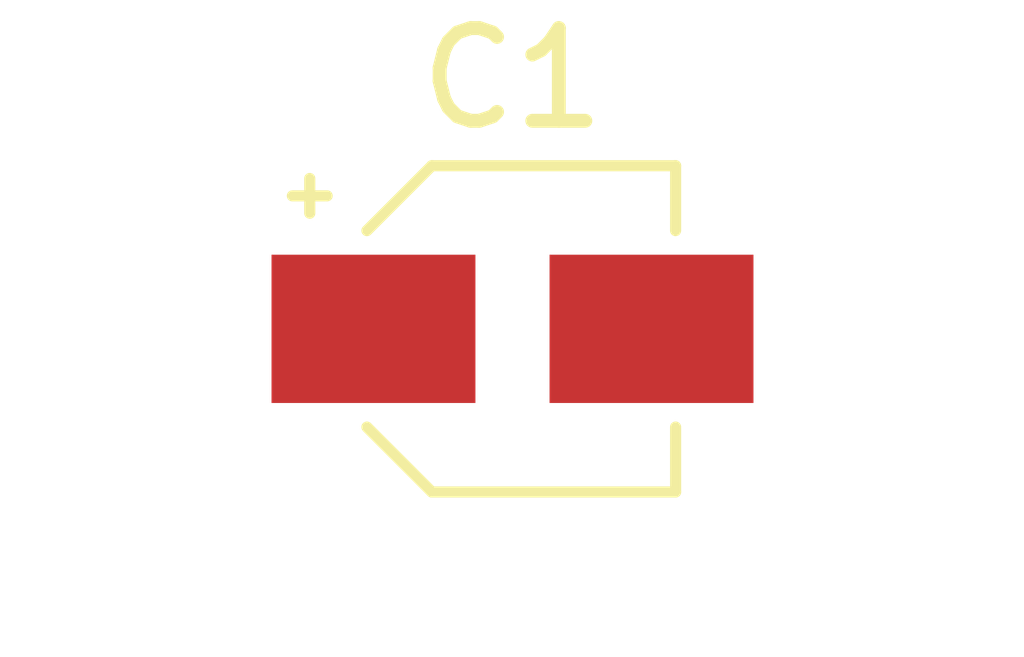
<source format=kicad_pcb>
(kicad_pcb (version 20171130) (host pcbnew "(6.0.0-rc1-dev-1180-g88a30eeda)")

  (general
    (thickness 1.6)
    (drawings 0)
    (tracks 0)
    (zones 0)
    (modules 1)
    (nets 1)
  )

  (page A4)
  (layers
    (0 F.Cu signal)
    (31 B.Cu signal)
    (32 B.Adhes user)
    (33 F.Adhes user)
    (34 B.Paste user)
    (35 F.Paste user)
    (36 B.SilkS user)
    (37 F.SilkS user)
    (38 B.Mask user)
    (39 F.Mask user)
    (40 Dwgs.User user)
    (41 Cmts.User user)
    (42 Eco1.User user)
    (43 Eco2.User user)
    (44 Edge.Cuts user)
    (45 Margin user)
    (46 B.CrtYd user)
    (47 F.CrtYd user)
    (48 B.Fab user)
    (49 F.Fab user)
  )

  (setup
    (last_trace_width 0.25)
    (trace_clearance 0.2)
    (zone_clearance 0.508)
    (zone_45_only no)
    (trace_min 0.2)
    (via_size 0.8)
    (via_drill 0.4)
    (via_min_size 0.4)
    (via_min_drill 0.3)
    (uvia_size 0.3)
    (uvia_drill 0.1)
    (uvias_allowed no)
    (uvia_min_size 0.2)
    (uvia_min_drill 0.1)
    (edge_width 0.05)
    (segment_width 0.2)
    (pcb_text_width 0.3)
    (pcb_text_size 1.5 1.5)
    (mod_edge_width 0.12)
    (mod_text_size 1 1)
    (mod_text_width 0.15)
    (pad_size 1.524 1.524)
    (pad_drill 0.762)
    (pad_to_mask_clearance 0.051)
    (solder_mask_min_width 0.25)
    (aux_axis_origin 0 0)
    (visible_elements FFFFFF7F)
    (pcbplotparams
      (layerselection 0x010fc_ffffffff)
      (usegerberextensions false)
      (usegerberattributes false)
      (usegerberadvancedattributes false)
      (creategerberjobfile false)
      (excludeedgelayer true)
      (linewidth 0.150000)
      (plotframeref false)
      (viasonmask false)
      (mode 1)
      (useauxorigin false)
      (hpglpennumber 1)
      (hpglpenspeed 20)
      (hpglpendiameter 15.000000)
      (psnegative false)
      (psa4output false)
      (plotreference true)
      (plotvalue true)
      (plotinvisibletext false)
      (padsonsilk false)
      (subtractmaskfromsilk false)
      (outputformat 1)
      (mirror false)
      (drillshape 1)
      (scaleselection 1)
      (outputdirectory ""))
  )

  (net 0 "")

  (net_class Default "This is the default net class."
    (clearance 0.2)
    (trace_width 0.25)
    (via_dia 0.8)
    (via_drill 0.4)
    (uvia_dia 0.3)
    (uvia_drill 0.1)
  )

  (module Capacitor_SMD:CP_Elec_3x5.3 (layer F.Cu) (tedit 5B303299) (tstamp 5BE97162)
    (at 162.56 81.788)
    (descr "SMT capacitor, aluminium electrolytic, 3x5.3, Cornell Dubilier Electronics ")
    (tags "Capacitor Electrolytic")
    (attr smd)
    (fp_text reference C1 (at 0 -2.7) (layer F.SilkS)
      (effects (font (size 1 1) (thickness 0.15)))
    )
    (fp_text value CP_Elec_3x5.3 (at 0 2.7) (layer F.Fab)
      (effects (font (size 1 1) (thickness 0.15)))
    )
    (fp_text user %R (at 0 0) (layer F.Fab)
      (effects (font (size 0.6 0.6) (thickness 0.09)))
    )
    (fp_line (start -2.85 1.05) (end -1.78 1.05) (layer F.CrtYd) (width 0.05))
    (fp_line (start -2.85 -1.05) (end -2.85 1.05) (layer F.CrtYd) (width 0.05))
    (fp_line (start -1.78 -1.05) (end -2.85 -1.05) (layer F.CrtYd) (width 0.05))
    (fp_line (start -1.78 -1.05) (end -0.93 -1.9) (layer F.CrtYd) (width 0.05))
    (fp_line (start -1.78 1.05) (end -0.93 1.9) (layer F.CrtYd) (width 0.05))
    (fp_line (start -0.93 -1.9) (end 1.9 -1.9) (layer F.CrtYd) (width 0.05))
    (fp_line (start -0.93 1.9) (end 1.9 1.9) (layer F.CrtYd) (width 0.05))
    (fp_line (start 1.9 1.05) (end 1.9 1.9) (layer F.CrtYd) (width 0.05))
    (fp_line (start 2.85 1.05) (end 1.9 1.05) (layer F.CrtYd) (width 0.05))
    (fp_line (start 2.85 -1.05) (end 2.85 1.05) (layer F.CrtYd) (width 0.05))
    (fp_line (start 1.9 -1.05) (end 2.85 -1.05) (layer F.CrtYd) (width 0.05))
    (fp_line (start 1.9 -1.9) (end 1.9 -1.05) (layer F.CrtYd) (width 0.05))
    (fp_line (start -2.1875 -1.6225) (end -2.1875 -1.2475) (layer F.SilkS) (width 0.12))
    (fp_line (start -2.375 -1.435) (end -2 -1.435) (layer F.SilkS) (width 0.12))
    (fp_line (start -1.570563 1.06) (end -0.870563 1.76) (layer F.SilkS) (width 0.12))
    (fp_line (start -1.570563 -1.06) (end -0.870563 -1.76) (layer F.SilkS) (width 0.12))
    (fp_line (start -0.870563 1.76) (end 1.76 1.76) (layer F.SilkS) (width 0.12))
    (fp_line (start -0.870563 -1.76) (end 1.76 -1.76) (layer F.SilkS) (width 0.12))
    (fp_line (start 1.76 -1.76) (end 1.76 -1.06) (layer F.SilkS) (width 0.12))
    (fp_line (start 1.76 1.76) (end 1.76 1.06) (layer F.SilkS) (width 0.12))
    (fp_line (start -0.960469 -0.95) (end -0.960469 -0.65) (layer F.Fab) (width 0.1))
    (fp_line (start -1.110469 -0.8) (end -0.810469 -0.8) (layer F.Fab) (width 0.1))
    (fp_line (start -1.65 0.825) (end -0.825 1.65) (layer F.Fab) (width 0.1))
    (fp_line (start -1.65 -0.825) (end -0.825 -1.65) (layer F.Fab) (width 0.1))
    (fp_line (start -1.65 -0.825) (end -1.65 0.825) (layer F.Fab) (width 0.1))
    (fp_line (start -0.825 1.65) (end 1.65 1.65) (layer F.Fab) (width 0.1))
    (fp_line (start -0.825 -1.65) (end 1.65 -1.65) (layer F.Fab) (width 0.1))
    (fp_line (start 1.65 -1.65) (end 1.65 1.65) (layer F.Fab) (width 0.1))
    (fp_circle (center 0 0) (end 1.5 0) (layer F.Fab) (width 0.1))
    (fp_text user 1 (at 0 0) (layer F.Fab)
      (effects (font (size 1 1) (thickness 0.15)))
    )
    (fp_text user 2 (at 0 0) (layer F.Fab)
      (effects (font (size 1 1) (thickness 0.15)))
    )
    (fp_text user 3 (at 0 0) (layer F.Fab)
      (effects (font (size 1 1) (thickness 0.15)))
    )
    (fp_text user 4 (at 0 0) (layer F.Fab)
      (effects (font (size 1 1) (thickness 0.15)))
    )
    (pad 2 smd rect (at 1.5 0) (size 2.2 1.6) (layers F.Cu F.Paste F.Mask))
    (pad 1 smd rect (at -1.5 0) (size 2.2 1.6) (layers F.Cu F.Paste F.Mask))
    (model ${KISYS3DMOD}/Capacitor_SMD.3dshapes/CP_Elec_3x5.3.wrl
      (at (xyz 0 0 0))
      (scale (xyz 1 1 1))
      (rotate (xyz 0 0 0))
    )
  )

)

</source>
